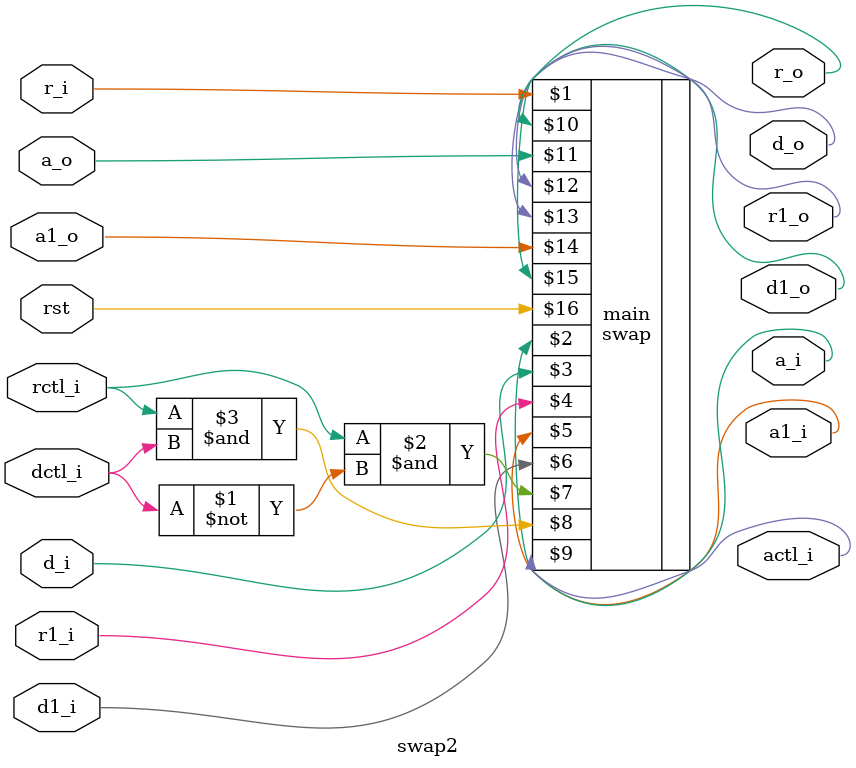
<source format=sv>
`ifndef __swap2

`include "swap.sv"

(* keep_hierarchy *)
module swap2 #(
    parameter Rpol = 1'b0, // reset polarity (rst=rpol => reset)

    parameter N = 32'b1,

    parameter NATIVE = 1'b1 // don't optimize
  ) (
  input r_i,
  output a_i,
  input [N-1:0] d_i,

  input r1_i,
  output a1_i,
  input [N-1:0] d1_i,

  input rctl_i,
  input dctl_i,
  output actl_i,

  output r_o,
  input a_o,
  output [N-1:0] d_o,

  output r1_o,
  input a1_o,
  output [N-1:0] d1_o,

  input rst);

  swap #(.Rpol(Rpol), .N(N), .NATIVE(NATIVE)) main (
    r_i, a_i, d_i,
    r1_i, a1_i, d1_i,
    rctl_i & ~dctl_i, rctl_i & dctl_i, actl_i,
    r_o, a_o, d_o,
    r1_o, a1_o, d1_o,
    rst
    );

endmodule

`define __swap2
`endif

</source>
